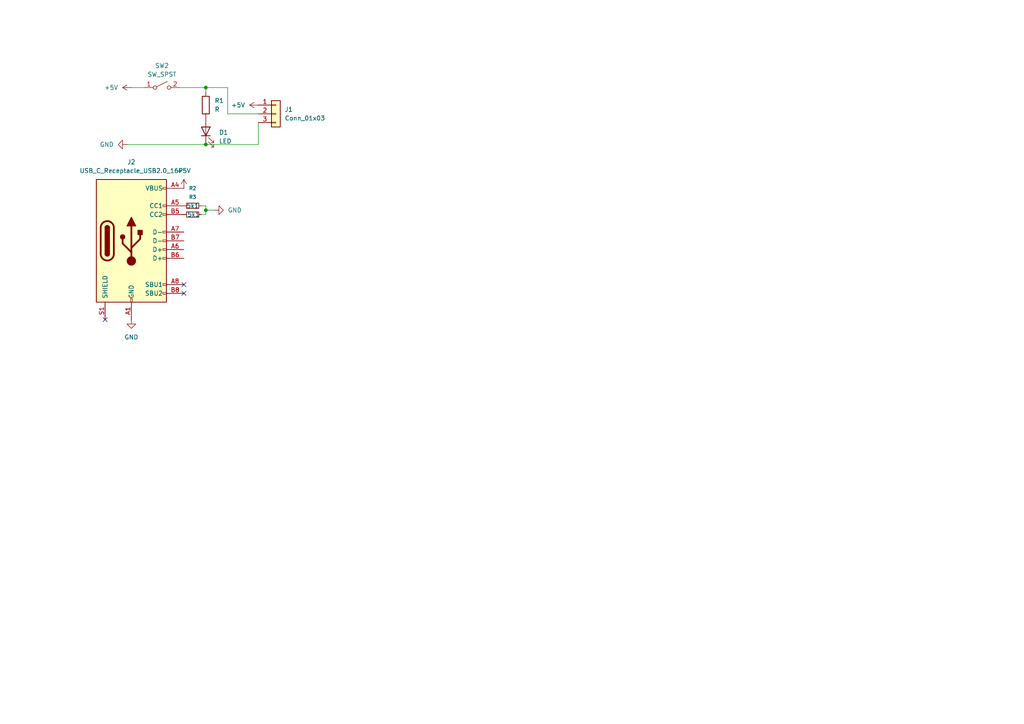
<source format=kicad_sch>
(kicad_sch (version 20250114) (generator "eeschema") (generator_version "9.0")
  (paper "A4")
  (lib_symbols
    (symbol "Connector:USB_C_Receptacle_USB2.0_16P" (pin_names (offset 1.016))
      (property "Reference" "J" (at 0 22.225 0))
      (property "Value" "USB_C_Receptacle_USB2.0_16P" (at 0 19.685 0))
      (symbol "USB_C_Receptacle_USB2.0_16P_0_0"
        (rectangle (start -0.254 -17.78) (end 0.254 -16.764))
        (rectangle (start 10.16 15.494) (end 9.144 14.986))
        (rectangle (start 10.16 10.414) (end 9.144 9.906))
        (rectangle (start 10.16 7.874) (end 9.144 7.366))
        (rectangle (start 10.16 2.794) (end 9.144 2.286))
        (rectangle (start 10.16 0.254) (end 9.144 -0.254))
        (rectangle (start 10.16 -2.286) (end 9.144 -2.794))
        (rectangle (start 10.16 -4.826) (end 9.144 -5.334))
        (rectangle (start 10.16 -12.446) (end 9.144 -12.954))
        (rectangle (start 10.16 -14.986) (end 9.144 -15.494))
      )
      (symbol "USB_C_Receptacle_USB2.0_16P_0_1"
        (rectangle (start -10.16 17.78) (end 10.16 -17.78) (stroke (width 0.254)) (fill (type background)))
        (polyline (pts (xy -8.89 -3.81) (xy -8.89 3.81)) (stroke (width 0.508)))
        (rectangle (start -7.62 -3.81) (end -6.35 3.81) (stroke (width 0.254)) (fill (type outline)))
        (arc (start -7.62 3.81) (mid -6.985 4.4423) (end -6.35 3.81) (stroke (width 0.254)))
        (arc (start -7.62 3.81) (mid -6.985 4.4423) (end -6.35 3.81) (stroke (width 0.254)) (fill (type outline)))
        (arc (start -8.89 3.81) (mid -6.985 5.7067) (end -5.08 3.81) (stroke (width 0.508)))
        (arc (start -5.08 -3.81) (mid -6.985 -5.7067) (end -8.89 -3.81) (stroke (width 0.508)))
        (arc (start -6.35 -3.81) (mid -6.985 -4.4423) (end -7.62 -3.81) (stroke (width 0.254)))
        (arc (start -6.35 -3.81) (mid -6.985 -4.4423) (end -7.62 -3.81) (stroke (width 0.254)) (fill (type outline)))
        (polyline (pts (xy -5.08 3.81) (xy -5.08 -3.81)) (stroke (width 0.508)))
        (circle (center -2.54 1.143) (radius 0.635) (stroke (width 0.254)) (fill (type outline)))
        (polyline (pts (xy -1.27 4.318) (xy 0 6.858) (xy 1.27 4.318) (xy -1.27 4.318)) (stroke (width 0.254)) (fill (type outline)))
        (polyline (pts (xy 0 -2.032) (xy 2.54 0.508) (xy 2.54 1.778)) (stroke (width 0.508)))
        (polyline (pts (xy 0 -3.302) (xy -2.54 -0.762) (xy -2.54 0.508)) (stroke (width 0.508)))
        (polyline (pts (xy 0 -5.842) (xy 0 4.318)) (stroke (width 0.508)))
        (circle (center 0 -5.842) (radius 1.27) (fill (type outline)))
        (rectangle (start 1.905 1.778) (end 3.175 3.048) (stroke (width 0.254)) (fill (type outline)))
      )
      (symbol "USB_C_Receptacle_USB2.0_16P_1_1"
        (pin passive line (at -7.62 -22.86 90) (length 5.08) (name "SHIELD") (number "S1"))
        (pin passive line (at 0 -22.86 90) (length 5.08) (name "GND") (number "A1"))
        (pin passive line (at 0 -22.86 90) (length 5.08) (hide yes) (name "GND") (number "A12"))
        (pin passive line (at 0 -22.86 90) (length 5.08) (hide yes) (name "GND") (number "B1"))
        (pin passive line (at 0 -22.86 90) (length 5.08) (hide yes) (name "GND") (number "B12"))
        (pin passive line (at 15.24 15.24 180) (length 5.08) (name "VBUS") (number "A4"))
        (pin passive line (at 15.24 15.24 180) (length 5.08) (hide yes) (name "VBUS") (number "A9"))
        (pin passive line (at 15.24 15.24 180) (length 5.08) (hide yes) (name "VBUS") (number "B4"))
        (pin passive line (at 15.24 15.24 180) (length 5.08) (hide yes) (name "VBUS") (number "B9"))
        (pin bidirectional line (at 15.24 10.16 180) (length 5.08) (name "CC1") (number "A5"))
        (pin bidirectional line (at 15.24 7.62 180) (length 5.08) (name "CC2") (number "B5"))
        (pin bidirectional line (at 15.24 2.54 180) (length 5.08) (name "D-") (number "A7"))
        (pin bidirectional line (at 15.24 0 180) (length 5.08) (name "D-") (number "B7"))
        (pin bidirectional line (at 15.24 -2.54 180) (length 5.08) (name "D+") (number "A6"))
        (pin bidirectional line (at 15.24 -5.08 180) (length 5.08) (name "D+") (number "B6"))
        (pin bidirectional line (at 15.24 -12.7 180) (length 5.08) (name "SBU1") (number "A8"))
        (pin bidirectional line (at 15.24 -15.24 180) (length 5.08) (name "SBU2") (number "B8"))
      )
    )
    (symbol "Connector_Generic:Conn_01x03" (pin_names (offset 1.016) (hide yes))
      (property "Reference" "J" (at 0 5.08 0))
      (property "Value" "Conn_01x03" (at 0 -5.08 0))
      (symbol "Conn_01x03_1_1"
        (rectangle (start -1.27 3.81) (end 1.27 -3.81) (stroke (width 0.254)) (fill (type background)))
        (rectangle (start -1.27 2.667) (end 0 2.413) (stroke (width 0.1524)))
        (rectangle (start -1.27 0.127) (end 0 -0.127) (stroke (width 0.1524)))
        (rectangle (start -1.27 -2.413) (end 0 -2.667) (stroke (width 0.1524)))
        (pin passive line (at -5.08 2.54 0) (length 3.81) (name "Pin_1") (number "1"))
        (pin passive line (at -5.08 0 0) (length 3.81) (name "Pin_2") (number "2"))
        (pin passive line (at -5.08 -2.54 0) (length 3.81) (name "Pin_3") (number "3"))
      )
    )
    (symbol "Device:LED" (pin_numbers (hide yes)) (pin_names (offset 1.016) (hide yes))
      (property "Reference" "D" (at 0 2.54 0))
      (property "Value" "LED" (at 0 -2.54 0))
      (symbol "LED_0_1"
        (polyline (pts (xy -3.048 -0.762) (xy -4.572 -2.286) (xy -3.81 -2.286) (xy -4.572 -2.286) (xy -4.572 -1.524)))
        (polyline (pts (xy -1.778 -0.762) (xy -3.302 -2.286) (xy -2.54 -2.286) (xy -3.302 -2.286) (xy -3.302 -1.524)))
        (polyline (pts (xy -1.27 0) (xy 1.27 0)))
        (polyline (pts (xy -1.27 -1.27) (xy -1.27 1.27)) (stroke (width 0.254)))
        (polyline (pts (xy 1.27 -1.27) (xy 1.27 1.27) (xy -1.27 0) (xy 1.27 -1.27)) (stroke (width 0.254)))
      )
      (symbol "LED_1_1"
        (pin passive line (at -3.81 0 0) (length 2.54) (name "K") (number "1"))
        (pin passive line (at 3.81 0 180) (length 2.54) (name "A") (number "2"))
      )
    )
    (symbol "Device:R" (pin_numbers (hide yes)) (pin_names (offset 0))
      (property "Reference" "R" (at 2.032 0 90))
      (property "Value" "R" (at 0 0 90))
      (symbol "R_0_1"
        (rectangle (start -1.016 -2.54) (end 1.016 2.54) (stroke (width 0.254)))
      )
      (symbol "R_1_1"
        (pin passive line (at 0 3.81 270) (length 1.27) (name "~") (number "1"))
        (pin passive line (at 0 -3.81 90) (length 1.27) (name "~") (number "2"))
      )
    )
    (symbol "Device:R_Small" (pin_numbers (hide yes)) (pin_names (offset 0.254) (hide yes))
      (property "Reference" "R" (at 0 0 90))
      (property "Value" "R_Small" (at 1.778 0 90))
      (symbol "R_Small_0_1"
        (rectangle (start -0.762 1.778) (end 0.762 -1.778) (stroke (width 0.2032)))
      )
      (symbol "R_Small_1_1"
        (pin passive line (at 0 2.54 270) (length 0.762) (name "~") (number "1"))
        (pin passive line (at 0 -2.54 90) (length 0.762) (name "~") (number "2"))
      )
    )
    (symbol "Switch:SW_SPST" (pin_names (offset 0) (hide yes))
      (property "Reference" "SW" (at 0 3.175 0))
      (property "Value" "SW_SPST" (at 0 -2.54 0))
      (symbol "SW_SPST_0_0"
        (circle (center -2.032 0) (radius 0.508))
        (polyline (pts (xy -1.524 0.254) (xy 1.524 1.778)))
        (circle (center 2.032 0) (radius 0.508))
      )
      (symbol "SW_SPST_1_1"
        (pin passive line (at -5.08 0 0) (length 2.54) (name "A") (number "1"))
        (pin passive line (at 5.08 0 180) (length 2.54) (name "B") (number "2"))
      )
    )
    (symbol "power:+5V" (power) (pin_numbers (hide yes)) (pin_names (offset 0) (hide yes))
      (property "Value" "+5V" (at 0 3.556 0))
      (symbol "+5V_0_1"
        (polyline (pts (xy -0.762 1.27) (xy 0 2.54)))
        (polyline (pts (xy 0 2.54) (xy 0.762 1.27)))
        (polyline (pts (xy 0 0) (xy 0 2.54)))
      )
      (symbol "+5V_1_1"
        (pin power_in line (at 0 0 90) (length 0) (name "~") (number "1"))
      )
    )
    (symbol "power:GND" (power) (pin_numbers (hide yes)) (pin_names (offset 0) (hide yes))
      (property "Value" "GND" (at 0 -3.81 0))
      (symbol "GND_0_1"
        (polyline (pts (xy 0 0) (xy 0 -1.27) (xy 1.27 -1.27) (xy 0 -2.54) (xy -1.27 -1.27) (xy 0 -1.27)))
      )
      (symbol "GND_1_1"
        (pin power_in line (at 0 0 270) (length 0) (name "~") (number "1"))
      )
    )
  )
  (junction (at 59.69 25.4))
  (junction (at 59.69 41.91))
  (junction (at 59.69 60.96))
  (no_connect (at 53.34 85.09))
  (no_connect (at 30.48 92.71))
  (no_connect (at 53.34 82.55))
  (wire (pts (xy 59.69 25.4) (xy 59.69 26.67)))
  (wire (pts (xy 74.93 33.02) (xy 66.04 33.02)))
  (wire (pts (xy 66.04 25.4) (xy 59.69 25.4)))
  (wire (pts (xy 74.93 35.56) (xy 74.93 41.91)))
  (wire (pts (xy 58.42 59.69) (xy 59.69 59.69)))
  (wire (pts (xy 59.69 60.96) (xy 59.69 62.23)))
  (wire (pts (xy 59.69 59.69) (xy 59.69 60.96)))
  (wire (pts (xy 74.93 41.91) (xy 59.69 41.91)))
  (wire (pts (xy 59.69 62.23) (xy 58.42 62.23)))
  (wire (pts (xy 38.1 25.4) (xy 41.91 25.4)))
  (wire (pts (xy 52.07 25.4) (xy 59.69 25.4)))
  (wire (pts (xy 36.83 41.91) (xy 59.69 41.91)))
  (wire (pts (xy 66.04 33.02) (xy 66.04 25.4)))
  (wire (pts (xy 59.69 60.96) (xy 62.23 60.96)))
  (symbol (lib_id "Device:R_Small") (at 55.88 59.69 90) (unit 1)
    (property "Reference" "R2" (at 55.88 54.61 90) (effects (font (size 1.016 1.016))))
    (property "Value" "5k1" (at 55.88 59.69 90))
    (property "Description" "Resistor, small symbol" (effects (hide yes)))
  )
  (symbol (lib_id "power:GND") (at 38.1 92.71 0) (unit 1)
    (property "Reference" "#PWR04" (effects (hide yes)))
    (property "Value" "GND" (at 38.1 97.79 0))
    (property "Description" "Power symbol creates a global label with name \"GND\" , ground" (effects (hide yes)))
  )
  (symbol (lib_id "Switch:SW_SPST") (at 46.99 25.4 0) (unit 1)
    (property "Reference" "SW2" (at 46.99 19.05 0))
    (property "Value" "SW_SPST" (at 46.99 21.59 0))
    (property "Description" "Single Pole Single Throw (SPST) switch" (effects (hide yes)))
  )
  (symbol (lib_id "power:+5V") (at 53.34 54.61 0) (unit 1)
    (property "Reference" "#PWR06" (effects (hide yes)))
    (property "Value" "+5V" (at 53.34 49.53 0))
    (property "Description" "Power symbol creates a global label with name \"+5V\"" (effects (hide yes)))
  )
  (symbol (lib_id "Device:LED") (at 59.69 38.1 90) (unit 1)
    (property "Reference" "D1" (at 63.5 38.4174 90) (effects (justify right)))
    (property "Value" "LED" (at 63.5 40.9574 90) (effects (justify right)))
    (property "Description" "Light emitting diode" (effects (hide yes)))
    (property "Sim.Pins" "1=K 2=A" (effects (hide yes)))
  )
  (symbol (lib_id "power:+5V") (at 38.1 25.4 90) (unit 1)
    (property "Reference" "#PWR01" (effects (hide yes)))
    (property "Value" "+5V" (at 34.29 25.3999 90) (effects (justify left)))
    (property "Description" "Power symbol creates a global label with name \"+5V\"" (effects (hide yes)))
  )
  (symbol (lib_id "power:+5V") (at 74.93 30.48 90) (unit 1)
    (property "Reference" "#PWR03" (effects (hide yes)))
    (property "Value" "+5V" (at 71.12 30.4799 90) (effects (justify left)))
    (property "Description" "Power symbol creates a global label with name \"+5V\"" (effects (hide yes)))
  )
  (symbol (lib_id "Connector:USB_C_Receptacle_USB2.0_16P") (at 38.1 69.85 0) (unit 1)
    (property "Reference" "J2" (at 38.1 46.99 0))
    (property "Value" "USB_C_Receptacle_USB2.0_16P" (at 38.1 49.53 0))
    (property "Datasheet" "https://www.usb.org/sites/default/files/documents/usb_type-c.zip" (effects (hide yes)))
    (property "Description" "USB 2.0-only 16P Type-C Receptacle connector" (effects (hide yes)))
  )
  (symbol (lib_id "power:GND") (at 62.23 60.96 90) (unit 1)
    (property "Reference" "#PWR05" (effects (hide yes)))
    (property "Value" "GND" (at 66.04 60.9599 90) (effects (justify right)))
    (property "Description" "Power symbol creates a global label with name \"GND\" , ground" (effects (hide yes)))
  )
  (symbol (lib_id "Connector_Generic:Conn_01x03") (at 80.01 33.02 0) (unit 1)
    (property "Reference" "J1" (at 82.55 31.7499 0) (effects (justify left)))
    (property "Value" "Conn_01x03" (at 82.55 34.2899 0) (effects (justify left)))
    (property "Description" "Generic connector, single row, 01x03, script generated (kicad-library-utils/schlib/autogen/connector/)" (effects (hide yes)))
  )
  (symbol (lib_id "Device:R") (at 59.69 30.48 0) (unit 1)
    (property "Reference" "R1" (at 62.23 29.2099 0) (effects (justify left)))
    (property "Value" "R" (at 62.23 31.7499 0) (effects (justify left)))
    (property "Description" "Resistor" (effects (hide yes)))
  )
  (symbol (lib_id "power:GND") (at 36.83 41.91 270) (unit 1)
    (property "Reference" "#PWR02" (effects (hide yes)))
    (property "Value" "GND" (at 33.02 41.9099 90) (effects (justify right)))
    (property "Description" "Power symbol creates a global label with name \"GND\" , ground" (effects (hide yes)))
  )
  (symbol (lib_id "Device:R_Small") (at 55.88 62.23 90) (unit 1)
    (property "Reference" "R3" (at 55.88 57.15 90) (effects (font (size 1.016 1.016))))
    (property "Value" "5k1" (at 56.134 62.23 90))
    (property "Description" "Resistor, small symbol" (effects (hide yes)))
  )
)
</source>
